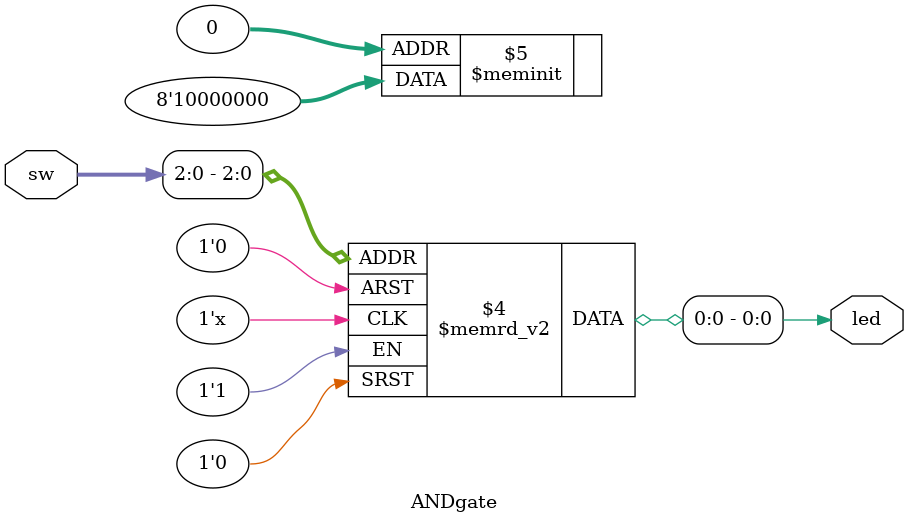
<source format=v>
`timescale 1ns / 1ps


//module LOGIC_AND(
//    input A, B,
//    output Y
//    );
    
//    and(Y, A, B);
//endmodule


//////////////////////////////////////////////////////////////////////////////////


module LOGIC_AND_DATAFLOW(
    input A, B,
    output Y
    );
    
    assign Y = A & B;
 endmodule
 
 
 //////////////////////////////////////////////////////////////////////////////////
 
 
// module LOGIC_AND_BEHAV(
//    input A, B,
//    output reg Y
//    );
    
//    always@(A or B)
//    begin
//        case({A,B})
//            2'b00: Y = 1'b0;
//            2'b01: Y = 1'b0;
//            2'b01: Y = 1'b0;
//            2'b11: Y = 1'b1;
//        endcase
//    end
// endmodule
 
 
//////////////////////////////////////////////////////////////////////////////////


//primitive UDP_LOGIC_AND(
//    output Y,
//    input A, B
//    );
    
//    table
////  A B : Y
//    0 0 : 0;
//    0 1 : 0;
//    1 0 : 0;
//    1 1 : 1;    
//    endtable
//endprimitive    

 
//////////////////////////////////////////////////////////////////////////////////

module ANDgate(
        input [3:0]sw,
        output reg [3:0]led
        );
        
        always@(sw[2] | sw[1] | sw[0])     // µÑ Áß¿¡ ÇÏ³ª°¡ ÀÛµ¿µÉ¶§ ¾Æ·¡ ÄÚµå Ç×»ó ½ÇÇà
        begin
            case({sw[2], sw[1], sw[0]})
                3'b000 : led[0] = 1'b0;     // 3'b000 ==> ¼¼Ä­Â¥¸® ¹ÙÀÌ³Ê¸® 000
                3'b001 : led[0] = 1'b0;
                3'b010 : led[0] = 1'b0;
                3'b011 : led[0] = 1'b0;
                3'b100 : led[0] = 1'b0;
                3'b101 : led[0] = 1'b0;
                3'b110 : led[0] = 1'b0;
                3'b111 : led[0] = 1'b1;
            endcase
        end
endmodule
</source>
